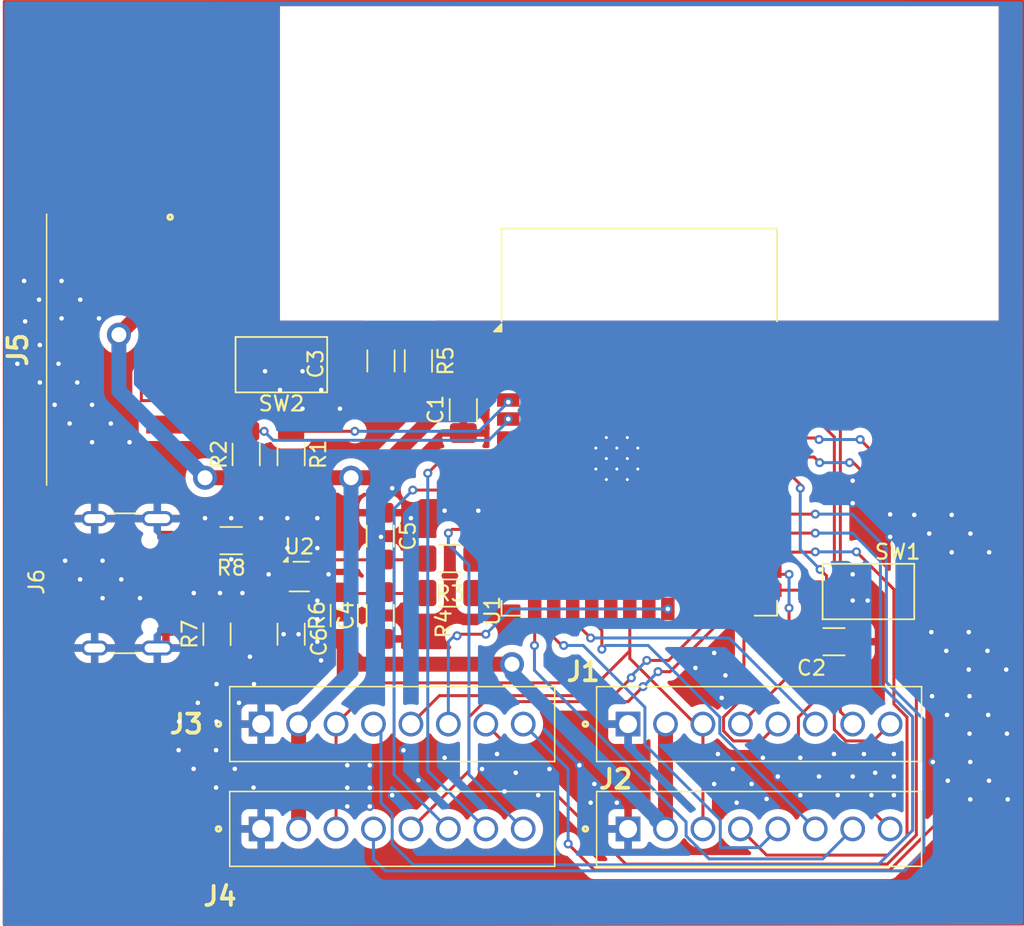
<source format=kicad_pcb>
(kicad_pcb (version 20240108) (generator "pcbnew") (generator_version "8.0")
  (layers (0 "F.Cu" signal) (31 "B.Cu" signal) (34 "B.Paste" user) (35 "F.Paste" user) (36 "B.SilkS" user "B.Silkscreen") (37 "F.SilkS" user "F.Silkscreen") (38 "B.Mask" user) (39 "F.Mask" user) (44 "Edge.Cuts" user))
  (net 0 "")
  (net 1 "+3.3V")
  (net 2 "GND")
  (net 3 "boot0")
  (net 4 "RES1")
  (net 5 "DC1")
  (net 6 "scl")
  (net 7 "sda")
  (net 8 "GPIO1")
  (net 9 "reset")
  (net 10 "+")
  (net 11 "-")
  (net 12 "+5Vout")
  (net 13 "CS{slash}SS1")
  (net 14 "GPIO5")
  (net 15 "GPIO8")
  (net 16 "DC4")
  (net 17 "RES2")
  (net 18 "GPIO6")
  (net 19 "CS{slash}SS2")
  (net 20 "CS{slash}SS3")
  (net 21 "CS{slash}SS4")
  (net 22 "SCLK")
  (net 23 "GPIO3")
  (net 24 "RES3")
  (net 25 "GPIO7")
  (net 26 "DC2")
  (net 27 "Net-(J6-D--PadA7)")
  (net 28 "MOSI")
  (net 29 "Net-(J6-D+-PadA6)")
  (net 32 "GPIO2")
  (net 33 "Net-(J6-CC2)")
  (net 34 "Net-(J6-CC1)")
  (net 35 "Net-(U1-USB_D-)")
  (net 36 "GPIO4")
  (net 37 "Net-(U1-USB_D+)")
  (net 39 "DC3")
  (net 41 "RES4")
  (net 49 "+5Vin")
  (footprint "ConnectorPT:1778612" (layer "F.Cu") (at 111.25 91.75)
    (property "Reference" "J3")
    (property "Value" "1778612" (hide yes))
  )
  (footprint "Capacitor_SMD:C_1206_3216Metric_Pad1.33x1.80mm_HandSolder" (layer "F.Cu") (at 149.5 86.25)
    (property "Reference" "C2")
    (property "Value" "1u")
  )
  (footprint "Resistor_SMD:R_1206_3216Metric_Pad1.30x1.75mm_HandSolder" (layer "F.Cu") (at 113.25 73.75 -90)
    (property "Reference" "R1")
    (property "Value" "4k7")
  )
  (footprint "Button_Switch_SMD:SW_SPST_CK_RS282G05A3" (layer "F.Cu") (at 151.8 82.9)
    (property "Reference" "SW1")
    (property "Value" "SW_Push")
  )
  (footprint "ConnectorPT:1778612" (layer "F.Cu") (at 111.25 98.75)
    (property "Reference" "J4")
    (property "Value" "1778612" (hide yes))
  )
  (footprint "ConnectorPT:1814948" (layer "F.Cu") (at 105.175 66.75 -90)
    (property "Reference" "J5")
    (property "Value" "i2c" (hide yes))
  )
  (footprint "ConnectorPT:1778612" (layer "F.Cu") (at 135.75 91.75)
    (property "Reference" "J1")
    (property "Value" "1778612" (hide yes))
  )
  (footprint "Package_TO_SOT_SMD:SOT-666" (layer "F.Cu") (at 113.8 81.9)
    (property "Reference" "U2")
    (property "Value" "USBLC6-2P6")
  )
  (footprint "Resistor_SMD:R_1206_3216Metric_Pad1.30x1.75mm_HandSolder" (layer "F.Cu") (at 123.85 83 180)
    (property "Reference" "R4")
    (property "Value" "0")
  )
  (footprint "Button_Switch_SMD:SW_SPST_CK_RS282G05A3" (layer "F.Cu") (at 112.6 67.75 180)
    (property "Reference" "SW2")
    (property "Value" "SW_Push")
  )
  (footprint "Resistor_SMD:R_1206_3216Metric_Pad1.30x1.75mm_HandSolder" (layer "F.Cu") (at 108.3 85.75 90)
    (property "Reference" "R7")
    (property "Value" "5k1")
  )
  (footprint "Capacitor_SMD:C_1206_3216Metric_Pad1.33x1.80mm_HandSolder" (layer "F.Cu") (at 119.2 79.2 -90)
    (property "Reference" "C5")
    (property "Value" "C")
  )
  (footprint "Resistor_SMD:R_1206_3216Metric_Pad1.30x1.75mm_HandSolder" (layer "F.Cu") (at 109.25 79.5 180)
    (property "Reference" "R8")
    (property "Value" "5k1")
  )
  (footprint "Capacitor_SMD:C_1206_3216Metric_Pad1.33x1.80mm_HandSolder" (layer "F.Cu") (at 124.75 70.75 90)
    (property "Reference" "C1")
    (property "Value" "100n")
  )
  (footprint "Resistor_SMD:R_1206_3216Metric_Pad1.30x1.75mm_HandSolder" (layer "F.Cu") (at 123.85 80.7 180)
    (property "Reference" "R3")
    (property "Value" "0")
  )
  (footprint "Capacitor_SMD:C_1206_3216Metric_Pad1.33x1.80mm_HandSolder" (layer "F.Cu") (at 113.25 85.75 -90)
    (property "Reference" "C6")
    (property "Value" "100nf")
  )
  (footprint "Resistor_SMD:R_1206_3216Metric_Pad1.30x1.75mm_HandSolder" (layer "F.Cu") (at 121.75 67.5 -90)
    (property "Reference" "R5")
    (property "Value" "10k")
  )
  (footprint "Resistor_SMD:R_1206_3216Metric_Pad1.30x1.75mm_HandSolder" (layer "F.Cu") (at 116.8 84.5 90)
    (property "Reference" "R6")
    (property "Value" "5k1")
  )
  (footprint "Capacitor_SMD:C_1206_3216Metric_Pad1.33x1.80mm_HandSolder" (layer "F.Cu") (at 119.25 67.5 90)
    (property "Reference" "C3")
    (property "Value" "1u")
  )
  (footprint "RF_Module:ESP32-S3-WROOM-1" (layer "F.Cu") (at 136.5 71.56)
    (property "Reference" "U1")
    (property "Value" "ESP32-S3-WROOM-1")
  )
  (footprint "Resistor_SMD:R_1206_3216Metric_Pad1.30x1.75mm_HandSolder" (layer "F.Cu") (at 110.25 73.75 90)
    (property "Reference" "R2")
    (property "Value" "4k7")
  )
  (footprint "ConnectorPT:1778612" (layer "F.Cu") (at 135.75 98.75)
    (property "Reference" "J2")
    (property "Value" "1778612" (hide yes))
  )
  (footprint "Connector_USB:USB_C_Receptacle_GCT_USB4105-xx-A_16P_TopMnt_Horizontal" (layer "F.Cu") (at 101.21 82.35 -90)
    (property "Reference" "J6")
    (property "Value" "USB_C_Receptacle_USB2.0_16P")
  )
  (footprint "Capacitor_SMD:C_1206_3216Metric_Pad1.33x1.80mm_HandSolder" (layer "F.Cu") (at 119.2 84.5 90)
    (property "Reference" "C4")
    (property "Value" "C")
  )
  (gr_line (start 162.1 43.5) (end 94.1 43.51) (stroke (width 0.2)) (layer "F.Cu") (net 2))
  (gr_line (start 94.1 105.14) (end 162.1 105.1) (stroke (width 0.2)) (layer "F.Cu") (net 2))
  (gr_line (start 162.1 105.1) (end 162.1 43.5) (stroke (width 0.2)) (layer "F.Cu") (net 2))
  (gr_line (start 94.1 43.51) (end 94.1 105.14) (stroke (width 0.2)) (layer "F.Cu") (net 2))
  (segment (start 124.75 68.25) (end 122.45 65.95) (width 1) (layer "F.Cu") (net 1))
  (segment (start 127.6325 67.6875) (end 127.75 67.57) (width 0.2) (layer "F.Cu") (net 1))
  (segment (start 118.6375 75.3) (end 117.25 75.3) (width 1) (layer "F.Cu") (net 1))
  (segment (start 124.75 69.1875) (end 118.6375 75.3) (width 1) (layer "F.Cu") (net 1))
  (segment (start 138.25 91.75) (end 138.25 98.75) (width 1) (layer "F.Cu") (net 1))
  (segment (start 113.75 98.75) (end 113.75 91.75) (width 1) (layer "F.Cu") (net 1))
  (segment (start 116.8 86.7) (end 117.85 87.75) (width 1) (layer "F.Cu") (net 1))
  (segment (start 116.8 88.7) (end 116.8 86.05) (width 1) (layer "F.Cu") (net 1))
  (segment (start 117.25 75.3) (end 110 75.3) (width 1) (layer "F.Cu") (net 1))
  (segment (start 117.85 87.75) (end 128 87.75) (width 1) (layer "F.Cu") (net 1))
  (segment (start 122.45 65.95) (end 121.75 65.95) (width 1) (layer "F.Cu") (net 1))
  (segment (start 124.75 69.1875) (end 124.75 68.35) (width 0.2) (layer "F.Cu") (net 1))
  (segment (start 124.75 68.5) (end 125.5625 67.6875) (width 1) (layer "F.Cu") (net 1))
  (segment (start 113.75 91.75) (end 116.8 88.7) (width 1) (layer "F.Cu") (net 1))
  (segment (start 110.25 75.3) (end 107.5 75.3) (width 1) (layer "F.Cu") (net 1))
  (segment (start 124.75 69.1875) (end 124.75 68.5) (width 1) (layer "F.Cu") (net 1))
  (segment (start 103.25 64.25) (end 104.875 64.25) (width 1) (layer "F.Cu") (net 1))
  (segment (start 124.75 69.1875) (end 124.75 68.25) (width 1) (layer "F.Cu") (net 1))
  (segment (start 116.8 86.05) (end 116.8 86.7) (width 1) (layer "F.Cu") (net 1))
  (segment (start 125.5625 67.6875) (end 127.6325 67.6875) (width 1) (layer "F.Cu") (net 1))
  (segment (start 104.875 64.25) (end 105.175 64.25) (width 0.2) (layer "F.Cu") (net 1))
  (segment (start 101.75 65.75) (end 103.25 64.25) (width 1) (layer "F.Cu") (net 1))
  (via (at 101.75 65.75) (size 1.6) (drill 1) (layers "F.Cu" "B.Cu") (net 1))
  (via (at 117.25 75.3) (size 1.6) (drill 1) (layers "F.Cu" "B.Cu") (net 1))
  (via (at 107.5 75.3) (size 1.6) (drill 1) (layers "F.Cu" "B.Cu") (net 1))
  (via (at 128 87.75) (size 1.6) (drill 1) (layers "F.Cu" "B.Cu") (net 1))
  (segment (start 113.75 91.75) (end 117.25 88.25) (width 1) (layer "B.Cu") (net 1))
  (segment (start 128 87.75) (end 128 88.36) (width 1) (layer "B.Cu") (net 1))
  (segment (start 137.65 98.15) (end 138.25 98.75) (width 1) (layer "B.Cu") (net 1))
  (segment (start 137.65 98.01) (end 137.65 98.15) (width 1) (layer "B.Cu") (net 1))
  (segment (start 128 88.36) (end 137.65 98.01) (width 1) (layer "B.Cu") (net 1))
  (segment (start 101.75 65.75) (end 101.75 69.5) (width 1) (layer "B.Cu") (net 1))
  (segment (start 101.75 69.5) (end 107.5 75.25) (width 1) (layer "B.Cu") (net 1))
  (segment (start 117.25 88.25) (end 117.25 75.5) (width 1) (layer "B.Cu") (net 1))
  (segment (start 111.75 81.75) (end 111.9 81.9) (width 0.2) (layer "F.Cu") (net 2))
  (segment (start 111.9 81.9) (end 112.875 81.9) (width 0.2) (layer "F.Cu") (net 2))
  (via (at 113 80) (size 0.6) (drill 0.3) (layers "F.Cu" "B.Cu") (net 2))
  (via (at 109.25 80.75) (size 0.6) (drill 0.3) (layers "F.Cu" "B.Cu") (net 2))
  (via (at 130.5 94.75) (size 0.6) (drill 0.3) (layers "F.Cu" "B.Cu") (net 2))
  (via (at 109.25 78) (size 0.6) (drill 0.3) (layers "F.Cu" "B.Cu") (net 2))
  (via (at 96.47 68.94) (size 0.6) (drill 0.3) (layers "F.Cu" "B.Cu") (net 2))
  (via (at 154.86 77.78) (size 0.6) (drill 0.3) (layers "F.Cu" "B.Cu") (net 2))
  (via (at 100.42 64.66) (size 0.6) (drill 0.3) (layers "F.Cu" "B.Cu") (net 2))
  (via (at 159.85 95.53) (size 0.6) (drill 0.3) (layers "F.Cu" "B.Cu") (net 2))
  (via (at 96.47 66.44) (size 0.6) (drill 0.3) (layers "F.Cu" "B.Cu") (net 2))
  (via (at 153.25 77.75) (size 0.6) (drill 0.3) (layers "F.Cu" "B.Cu") (net 2))
  (via (at 127.5 96.25) (size 0.6) (drill 0.3) (layers "F.Cu" "B.Cu") (net 2))
  (via (at 129.75 96.5) (size 0.6) (drill 0.3) (layers "F.Cu" "B.Cu") (net 2))
  (via (at 148.5 95.25) (size 0.6) (drill 0.3) (layers "F.Cu" "B.Cu") (net 2))
  (via (at 120 96.5) (size 0.6) (drill 0.3) (layers "F.Cu" "B.Cu") (net 2))
  (via (at 107.5 78) (size 0.6) (drill 0.3) (layers "F.Cu" "B.Cu") (net 2))
  (via (at 113.75 85.75) (size 0.6) (drill 0.3) (layers "F.Cu" "B.Cu") (net 2))
  (via (at 97.92 62.16) (size 0.6) (drill 0.3) (layers "F.Cu" "B.Cu") (net 2))
  (via (at 157.05 91.14) (size 0.6) (drill 0.3) (layers "F.Cu" "B.Cu") (net 2))
  (via (at 105.74 93.49) (size 0.6) (drill 0.3) (layers "F.Cu" "B.Cu") (net 2))
  (via (at 158.5 88.11) (size 0.6) (drill 0.3) (layers "F.Cu" "B.Cu") (net 2))
  (via (at 120 76) (size 0.6) (drill 0.3) (layers "F.Cu" "B.Cu") (net 2))
  (via (at 115 84.75) (size 0.6) (drill 0.3) (layers "F.Cu" "B.Cu") (net 2))
  (via (at 99.96 70.43) (size 0.6) (drill 0.3) (layers "F.Cu" "B.Cu") (net 2))
  (via (at 159.8 91.14) (size 0.6) (drill 0.3) (layers "F.Cu" "B.Cu") (net 2))
  (via (at 102.46 72.93) (size 0.6) (drill 0.3) (layers "F.Cu" "B.Cu") (net 2))
  (via (at 106.74 94.74) (size 0.6) (drill 0.3) (layers "F.Cu" "B.Cu") (net 2))
  (via (at 161.1 96.78) (size 0.6) (drill 0.3) (layers "F.Cu" "B.Cu") (net 2))
  (via (at 99.96 72.93) (size 0.6) (drill 0.3) (layers "F.Cu" "B.Cu") (net 2))
  (via (at 118.5 96) (size 0.6) (drill 0.3) (layers "F.Cu" "B.Cu") (net 2))
  (via (at 118.5 97.25) (size 0.6) (drill 0.3) (layers "F.Cu" "B.Cu") (net 2))
  (via (at 97.72 67.69) (size 0.6) (drill 0.3) (layers "F.Cu" "B.Cu") (net 2))
  (via (at 149.75 96.5) (size 0.6) (drill 0.3) (layers "F.Cu" "B.Cu") (net 2))
  (via (at 153.5 95.25) (size 0.6) (drill 0.3) (layers "F.Cu" "B.Cu") (net 2))
  (via (at 147.25 94) (size 0.6) (drill 0.3) (layers "F.Cu" "B.Cu") (net 2))
  (via (at 140.25 88) (size 0.6) (drill 0.3) (layers "F.Cu" "B.Cu") (net 2))
  (via (at 111.51 68.19) (size 0.6) (drill 0.3) (layers "F.Cu" "B.Cu") (net 2))
  (via (at 115.75 81.75) (size 0.6) (drill 0.3) (layers "F.Cu" "B.Cu") (net 2))
  (via (at 110.77 89.08) (size 0.6) (drill 0.3) (layers "F.Cu" "B.Cu") (net 2))
  (via (at 121.75 95.5) (size 0.6) (drill 0.3) (layers "F.Cu" "B.Cu") (net 2))
  (via (at 97.92 64.66) (size 0.6) (drill 0.3) (layers "F.Cu" "B.Cu") (net 2))
  (via (at 107.02 90.33) (size 0.6) (drill 0.3) (layers "F.Cu" "B.Cu") (net 2))
  (via (at 143 97) (size 0.6) (drill 0.3) (layers "F.Cu" "B.Cu") (net 2))
  (via (at 110 83) (size 0.6) (drill 0.3) (layers "F.Cu" "B.Cu") (net 2))
  (via (at 156.1 94.28) (size 0.6) (drill 0.3) (layers "F.Cu" "B.Cu") (net 2))
  (via (at 116.51 70.69) (size 0.6) (drill 0.3) (layers "F.Cu" "B.Cu") (net 2))
  (via (at 108.27 91.58) (size 0.6) (drill 0.3) (layers "F.Cu" "B.Cu") (net 2))
  (via (at 108.24 95.99) (size 0.6) (drill 0.3) (layers "F.Cu" "B.Cu") (net 2))
  (via (at 115.25 87.5) (size 0.6) (drill 0.3) (layers "F.Cu" "B.Cu") (net 2))
  (via (at 95.49 64.86) (size 0.6) (drill 0.3) (layers "F.Cu" "B.Cu") (net 2))
  (via (at 141.75 93.75) (size 0.6) (drill 0.3) (layers "F.Cu" "B.Cu") (net 2))
  (via (at 161.05 92.39) (size 0.6) (drill 0.3) (layers "F.Cu" "B.Cu") (net 2))
  (via (at 158.55 89.89) (size 0.6) (drill 0.3) (layers "F.Cu" "B.Cu") (net 2))
  (via (at 159.75 86.86) (size 0.6) (drill 0.3) (layers "F.Cu" "B.Cu") (net 2))
  (via (at 98.97 68.94) (size 0.6) (drill 0.3) (layers "F.Cu" "B.Cu") (net 2))
  (via (at 141.5 95.75) (size 0.6) (drill 0.3) (layers "F.Cu" "B.Cu") (net 2))
  (via (at 112.75 85.75) (size 0.6) (drill 0.3) (layers "F.Cu" "B.Cu") (net 2))
  (via (at 151.75 83.5) (size 0.6) (drill 0.3) (layers "F.Cu" "B.Cu") (net 2))
  (via (at 151.5 93.75) (size 0.6) (drill 0.3) (layers "F.Cu" "B.Cu") (net 2))
  (via (at 117 97.25) (size 0.6) (drill 0.3) (layers "F.Cu" "B.Cu") (net 2))
  (via (at 156.05 89.89) (size 0.6) (drill 0.3) (layers "F.Cu" "B.Cu") (net 2))
  (via (at 111.25 78) (size 0.6) (drill 0.3) (layers "F.Cu" "B.Cu") (net 2))
  (via (at 110.74 95.99) (size 0.6) (drill 0.3) (layers "F.Cu" "B.Cu") (net 2))
  (via (at 110.5 87.25) (size 0.6) (drill 0.3) (layers "F.Cu" "B.Cu") (net 2))
  (via (at 133.5 95.75) (size 0.6) (drill 0.3) (layers "F.Cu" "B.Cu") (net 2))
  (via (at 142.75 94.75) (size 0.6) (drill 0.3) (layers "F.Cu" "B.Cu") (net 2))
  (via (at 158.6 96.78) (size 0.6) (drill 0.3) (layers "F.Cu" "B.Cu") (net 2))
  (via (at 95.42 62.16) (size 0.6) (drill 0.3) (layers "F.Cu" "B.Cu") (net 2))
  (via (at 158.55 92.39) (size 0.6) (drill 0.3) (layers "F.Cu" "B.Cu") (net 2))
  (via (at 153.5 93.75) (size 0.6) (drill 0.3) (layers "F.Cu" "B.Cu") (net 2))
  (via (at 127 93.75) (size 0.6) (drill 0.3) (layers "F.Cu" "B.Cu") (net 2))
  (via (at 133.25 97) (size 0.6) (drill 0.3) (layers "F.Cu" "B.Cu") (net 2))
  (via (at 158.6 94.28) (size 0.6) (drill 0.3) (layers "F.Cu" "B.Cu") (net 2))
  (via (at 108.27 89.08) (size 0.6) (drill 0.3) (layers "F.Cu" "B.Cu") (net 2))
  (via (at 114.01 68.19) (size 0.6) (drill 0.3) (layers "F.Cu" "B.Cu") (net 2))
  (via (at 108.5 83) (size 0.6) (drill 0.3) (layers "F.Cu" "B.Cu") (net 2))
  (via (at 113 78) (size 0.6) (drill 0.3) (layers "F.Cu" "B.Cu") (net 2))
  (via (at 161 88.11) (size 0.6) (drill 0.3) (layers "F.Cu" "B.Cu") (net 2))
  (via (at 125.75 77.5) (size 0.6) (drill 0.3) (layers "F.Cu" "B.Cu") (net 2))
  (via (at 109.49 94.74) (size 0.6) (drill 0.3) (layers "F.Cu" "B.Cu") (net 2))
  (via (at 115.26 69.44) (size 0.6) (drill 0.3) (layers "F.Cu" "B.Cu") (net 2))
  (via (at 157.36 80.28) (size 0.6) (drill 0.3) (layers "F.Cu" "B.Cu") (net 2))
  (via (at 118.5 94.5) (size 0.6) (drill 0.3) (layers "F.Cu" "B.Cu") (net 2))
  (via (at 152 96.5) (size 0.6) (drill 0.3) (layers "F.Cu" "B.Cu") (net 2))
  (via (at 123.5 77.5) (size 0.6) (drill 0.3) (layers "F.Cu" "B.Cu") (net 2))
  (via (at 144.75 94) (size 0.6) (drill 0.3) (layers "F.Cu" "B.Cu") (net 2))
  (via (at 132.5 94.5) (size 0.6) (drill 0.3) (layers "F.Cu" "B.Cu") (net 2))
  (via (at 150.75 95.25) (size 0.6) (drill 0.3) (layers "F.Cu" "B.Cu") (net 2))
  (via (at 112.51 69.44) (size 0.6) (drill 0.3) (layers "F.Cu" "B.Cu") (net 2))
  (via (at 96.42 63.41) (size 0.6) (drill 0.3) (layers "F.Cu" "B.Cu") (net 2))
  (via (at 103.16 83.34) (size 0.6) (drill 0.3) (layers "F.Cu" "B.Cu") (net 2))
  (via (at 117 96) (size 0.6) (drill 0.3) (layers "F.Cu" "B.Cu") (net 2))
  (via (at 94.97 67.69) (size 0.6) (drill 0.3) (layers "F.Cu" "B.Cu") (net 2))
  (via (at 156 85.61) (size 0.6) (drill 0.3) (layers "F.Cu" "B.Cu") (net 2))
  (via (at 157.1 95.53) (size 0.6) (drill 0.3) (layers "F.Cu" "B.Cu") (net 2))
  (via (at 150.75 75.5) (size 0.6) (drill 0.3) (layers "F.Cu" "B.Cu") (net 2))
  (via (at 99.16 82.09) (size 0.6) (drill 0.3) (layers "F.Cu" "B.Cu") (net 2))
  (via (at 150.75 77) (size 0.6) (drill 0.3) (layers "F.Cu" "B.Cu") (net 2))
  (via (at 121.25 78) (size 0.6) (drill 0.3) (layers "F.Cu" "B.Cu") (net 2))
  (via (at 114.01 70.69) (size 0.6) (drill 0.3) (layers "F.Cu" "B.Cu") (net 2))
  (via (at 153.25 79.25) (size 0.6) (drill 0.3) (layers "F.Cu" "B.Cu") (net 2))
  (via (at 158.61 79.03) (size 0.6) (drill 0.3) (layers "F.Cu" "B.Cu") (net 2))
  (via (at 101.21 71.68) (size 0.6) (drill 0.3) (layers "F.Cu" "B.Cu") (net 2))
  (via (at 126 94.75) (size 0.6) (drill 0.3) (layers "F.Cu" "B.Cu") (net 2))
  (via (at 135 97) (size 0.6) (drill 0.3) (layers "F.Cu" "B.Cu") (net 2))
  (via (at 98.46 71.68) (size 0.6) (drill 0.3) (layers "F.Cu" "B.Cu") (net 2))
  (via (at 145.75 95.25) (size 0.6) (drill 0.3) (layers "F.Cu" "B.Cu") (net 2))
  (via (at 150.75 81.75) (size 0.6) (drill 0.3) (layers "F.Cu" "B.Cu") (net 2))
  (via (at 109.77 90.33) (size 0.6) (drill 0.3) (layers "F.Cu" "B.Cu") (net 2))
  (via (at 99.17 63.41) (size 0.6) (drill 0.3) (layers "F.Cu" "B.Cu") (net 2))
  (via (at 106.75 83) (size 0.6) (drill 0.3) (layers "F.Cu" "B.Cu") (net 2))
  (via (at 119.25 79.25) (size 0.6) (drill 0.3) (layers "F.Cu" "B.Cu") (net 2))
  (via (at 115 86.25) (size 0.6) (drill 0.3) (layers "F.Cu" "B.Cu") (net 2))
  (via (at 155.86 79.03) (size 0.6) (drill 0.3) (layers "F.Cu" "B.Cu") (net 2))
  (via (at 157 86.86) (size 0.6) (drill 0.3) (layers "F.Cu" "B.Cu") (net 2))
  (via (at 98.16 80.84) (size 0.6) (drill 0.3) (layers "F.Cu" "B.Cu") (net 2))
  (via (at 111.75 81.75) (size 0.6) (drill 0.3) (layers "F.Cu" "B.Cu") (net 2))
  (via (at 115 80) (size 0.6) (drill 0.3) (layers "F.Cu" "B.Cu") (net 2))
  (via (at 97.46 70.43) (size 0.6) (drill 0.3) (layers "F.Cu" "B.Cu") (net 2))
  (via (at 150.75 83.5) (size 0.6) (drill 0.3) (layers "F.Cu" "B.Cu") (net 2))
  (via (at 152.25 95) (size 0.6) (drill 0.3) (layers "F.Cu" "B.Cu") (net 2))
  (via (at 100.66 83.34) (size 0.6) (drill 0.3) (layers "F.Cu" "B.Cu") (net 2))
  (via (at 115 83.5) (size 0.6) (drill 0.3) (layers "F.Cu" "B.Cu") (net 2))
  (via (at 142.25 88.5) (size 0.6) (drill 0.3) (layers "F.Cu" "B.Cu") (net 2))
  (via (at 158.5 85.61) (size 0.6) (drill 0.3) (layers "F.Cu" "B.Cu") (net 2))
  (via (at 115 78) (size 0.6) (drill 0.3) (layers "F.Cu" "B.Cu") (net 2))
  (via (at 117 94.5) (size 0.6) (drill 0.3) (layers "F.Cu" "B.Cu") (net 2))
  (via (at 120.75 93.5) (size 0.6) (drill 0.3) (layers "F.Cu" "B.Cu") (net 2))
  (via (at 128.25 95) (size 0.6) (drill 0.3) (layers "F.Cu" "B.Cu") (net 2))
  (via (at 141.5 87) (size 0.6) (drill 0.3) (layers "F.Cu" "B.Cu") (net 2))
  (via (at 123.5 94) (size 0.6) (drill 0.3) (layers "F.Cu" "B.Cu") (net 2))
  (via (at 108.24 93.49) (size 0.6) (drill 0.3) (layers "F.Cu" "B.Cu") (net 2))
  (via (at 153.5 96.5) (size 0.6) (drill 0.3) (layers "F.Cu" "B.Cu") (net 2))
  (via (at 145 96.75) (size 0.6) (drill 0.3) (layers "F.Cu" "B.Cu") (net 2))
  (via (at 149.5 93.75) (size 0.6) (drill 0.3) (layers "F.Cu" "B.Cu") (net 2))
  (via (at 147.25 96.5) (size 0.6) (drill 0.3) (layers "F.Cu" "B.Cu") (net 2))
  (via (at 159.86 80.28) (size 0.6) (drill 0.3) (layers "F.Cu" "B.Cu") (net 2))
  (via (at 144 95.75) (size 0.6) (drill 0.3) (layers "F.Cu" "B.Cu") (net 2))
  (via (at 100.66 80.84) (size 0.6) (drill 0.3) (layers "F.Cu" "B.Cu") (net 2))
  (via (at 101.91 82.09) (size 0.6) (drill 0.3) (layers "F.Cu" "B.Cu") (net 2))
  (via (at 142 90) (size 0.6) (drill 0.3) (layers "F.Cu" "B.Cu") (net 2))
  (via (at 157.36 77.78) (size 0.6) (drill 0.3) (layers "F.Cu" "B.Cu") (net 2))
  (via (at 105.77 91.58) (size 0.6) (drill 0.3) (layers "F.Cu" "B.Cu") (net 2))
  (segment (start 147.9375 86.25) (end 147.9375 82.9375) (width 0.2) (layer "F.Cu") (net 3))
  (segment (start 147.9375 82.9375) (end 147.9 82.9) (width 0.2) (layer "F.Cu") (net 3))
  (segment (start 145.25 82.81) (end 147.81 82.81) (width 0.2) (layer "F.Cu") (net 3))
  (segment (start 147.81 82.81) (end 147.9 82.9) (width 0.2) (layer "F.Cu") (net 3))
  (segment (start 145.46 81.75) (end 145.25 81.54) (width 0.2) (layer "F.Cu") (net 4))
  (segment (start 146.5 86) (end 146.5 84) (width 0.2) (layer "F.Cu") (net 4))
  (segment (start 143.25 91.75) (end 146.5 88.5) (width 0.2) (layer "F.Cu") (net 4))
  (segment (start 146.5 81.75) (end 145.46 81.75) (width 0.2) (layer "F.Cu") (net 4))
  (segment (start 146.5 88.5) (end 146.5 86) (width 0.2) (layer "F.Cu") (net 4))
  (via (at 146.5 84) (size 0.6) (drill 0.3) (layers "F.Cu" "B.Cu") (net 4))
  (via (at 146.5 81.75) (size 0.6) (drill 0.3) (layers "F.Cu" "B.Cu") (net 4))
  (segment (start 146.5 84) (end 146.5 81.75) (width 0.2) (layer "B.Cu") (net 4))
  (segment (start 144.625 92.875) (end 142.784009 92.875) (width 0.2) (layer "F.Cu") (net 5))
  (segment (start 143.485 89.924009) (end 143.485 84.06) (width 0.2) (layer "F.Cu") (net 5))
  (segment (start 145.75 91.75) (end 144.625 92.875) (width 0.2) (layer "F.Cu") (net 5))
  (segment (start 142.125 92.215991) (end 142.125 91.284009) (width 0.2) (layer "F.Cu") (net 5))
  (segment (start 142.784009 92.875) (end 142.125 92.215991) (width 0.2) (layer "F.Cu") (net 5))
  (segment (start 142.125 91.284009) (end 143.485 89.924009) (width 0.2) (layer "F.Cu") (net 5))
  (segment (start 113.25 72.2) (end 110.3 69.25) (width 0.2) (layer "F.Cu") (net 6))
  (segment (start 113 72.2) (end 117.5 72.2) (width 0.2) (layer "F.Cu") (net 6))
  (segment (start 110.3 69.25) (end 105.175 69.25) (width 0.2) (layer "F.Cu") (net 6))
  (segment (start 127.75 70.11) (end 127.75 70.25) (width 0.2) (layer "F.Cu") (net 6))
  (via (at 117.5 72.2) (size 0.6) (drill 0.3) (layers "F.Cu" "B.Cu") (net 6))
  (via (at 127.75 70.25) (size 0.6) (drill 0.3) (layers "F.Cu" "B.Cu") (net 6))
  (segment (start 125.8 72.2) (end 127.75 70.25) (width 0.2) (layer "B.Cu") (net 6))
  (segment (start 117.5 72.2) (end 125.8 72.2) (width 0.2) (layer "B.Cu") (net 6))
  (segment (start 109.15 72.65) (end 106.65 70.15) (width 0.2) (layer "F.Cu") (net 7))
  (segment (start 106.65 70.15) (end 103.25 70.15) (width 0.2) (layer "F.Cu") (net 7))
  (segment (start 103.25 68.35) (end 103.575 68.35) (width 0.2) (layer "F.Cu") (net 7))
  (segment (start 110 72.2) (end 111.45 72.2) (width 0.2) (layer "F.Cu") (net 7))
  (segment (start 103.25 70.15) (end 103.25 68.35) (width 0.2) (layer "F.Cu") (net 7))
  (segment (start 127.37 71.38) (end 127.75 71.38) (width 0.2) (layer "F.Cu") (net 7))
  (segment (start 103.575 68.35) (end 105.175 66.75) (width 0.2) (layer "F.Cu") (net 7))
  (segment (start 110.25 72.2) (end 109.8 72.65) (width 0.2) (layer "F.Cu") (net 7))
  (segment (start 109.8 72.65) (end 109.15 72.65) (width 0.2) (layer "F.Cu") (net 7))
  (via (at 127.75 71.38) (size 0.6) (drill 0.3) (layers "F.Cu" "B.Cu") (net 7))
  (via (at 111.45 72.2) (size 0.6) (drill 0.3) (layers "F.Cu" "B.Cu") (net 7))
  (segment (start 126.45 72.8) (end 127.75 71.5) (width 0.2) (layer "B.Cu") (net 7))
  (segment (start 112.05 72.8) (end 126.45 72.8) (width 0.2) (layer "B.Cu") (net 7))
  (segment (start 111.45 72.2) (end 112.05 72.8) (width 0.2) (layer "B.Cu") (net 7))
  (segment (start 149.925 90.925) (end 149.925 71.715) (width 0.2) (layer "F.Cu") (net 8))
  (segment (start 145.78 67.57) (end 145.25 67.57) (width 0.2) (layer "F.Cu") (net 8))
  (segment (start 150.75 91.75) (end 149.925 90.925) (width 0.2) (layer "F.Cu") (net 8))
  (segment (start 149.925 71.715) (end 145.78 67.57) (width 0.2) (layer "F.Cu") (net 8))
  (segment (start 117.8 69.05) (end 121.75 69.05) (width 0.2) (layer "F.Cu") (net 9))
  (segment (start 116.5 67.75) (end 117.8 69.05) (width 0.2) (layer "F.Cu") (net 9))
  (segment (start 127.69 68.9) (end 127.75 68.84) (width 0.2) (layer "F.Cu") (net 9))
  (segment (start 115.67 83.03) (end 122.37 83.03) (width 0.2) (layer "F.Cu") (net 10))
  (segment (start 114.65 82.4375) (end 115.0775 82.4375) (width 0.2) (layer "F.Cu") (net 10))
  (segment (start 115.0775 82.4375) (end 115.67 83.03) (width 0.2) (layer "F.Cu") (net 10))
  (segment (start 115.126295 81.3225) (end 115.668795 80.78) (width 0.2) (layer "F.Cu") (net 11))
  (segment (start 115.668795 80.78) (end 122.37 80.78) (width 0.2) (layer "F.Cu") (net 11))
  (segment (start 114.62 81.3225) (end 115.126295 81.3225) (width 0.2) (layer "F.Cu") (net 11))
  (segment (start 113.78 81.9) (end 114.725 81.9) (width 0.3) (layer "F.Cu") (net 12))
  (segment (start 113.59 82.6275) (end 113.5875 82.63) (width 0.3) (layer "F.Cu") (net 12))
  (segment (start 106.0825 84.79) (end 107.1725 85.88) (width 0.5) (layer "F.Cu") (net 12))
  (segment (start 105.0625 84.79) (end 106.0825 84.79) (width 0.5) (layer "F.Cu") (net 12))
  (segment (start 113.59 82.09) (end 113.59 82.6275) (width 0.3) (layer "F.Cu") (net 12))
  (segment (start 111.0875 85.88) (end 112.9 84.0675) (width 0.5) (layer "F.Cu") (net 12))
  (segment (start 113.5875 82.63) (end 113.5875 84.0675) (width 0.3) (layer "F.Cu") (net 12))
  (segment (start 107.1725 85.88) (end 111.0875 85.88) (width 0.5) (layer "F.Cu") (net 12))
  (segment (start 113.59 82.09) (end 113.78 81.9) (width 0.3) (layer "F.Cu") (net 12))
  (segment (start 133.25 86) (end 132.055 84.805) (width 0.2) (layer "F.Cu") (net 13))
  (segment (start 132.055 84.805) (end 132.055 84.06) (width 0.2) (layer "F.Cu") (net 13))
  (via (at 133.25 86) (size 0.6) (drill 0.3) (layers "F.Cu" "B.Cu") (net 13))
  (segment (start 142.5 86) (end 148.25 91.75) (width 0.2) (layer "B.Cu") (net 13))
  (segment (start 133.25 86) (end 142.5 86) (width 0.2) (layer "B.Cu") (net 13))
  (segment (start 153.9 77.4) (end 150.75 74.25) (width 0.2) (layer "F.Cu") (net 14))
  (segment (start 153.9 83.65) (end 153.9 77.4) (width 0.2) (layer "F.Cu") (net 14))
  (segment (start 148.541208 74.291208) (end 148.17 73.92) (width 0.2) (layer "F.Cu") (net 14))
  (segment (start 135.6 101.1) (end 153.056677 101.1) (width 0.2) (layer "F.Cu") (net 14))
  (segment (start 155 84.75) (end 153.9 83.65) (width 0.2) (layer "F.Cu") (net 14))
  (segment (start 155 99.156677) (end 155 84.75) (width 0.2) (layer "F.Cu") (net 14))
  (segment (start 153.056677 101.1) (end 155 99.156677) (width 0.2) (layer "F.Cu") (net 14))
  (segment (start 148.17 73.92) (end 145.25 73.92) (width 0.2) (layer "F.Cu") (net 14))
  (segment (start 126.25 91.75) (end 135.6 101.1) (width 0.2) (layer "F.Cu") (net 14))
  (via (at 150.539743 74.291208) (size 0.6) (drill 0.3) (layers "F.Cu" "B.Cu") (net 14))
  (via (at 148.541208 74.291208) (size 0.6) (drill 0.3) (layers "F.Cu" "B.Cu") (net 14))
  (segment (start 148.541208 74.291208) (end 150.539743 74.291208) (width 0.2) (layer "B.Cu") (net 14))
  (segment (start 124 78.75) (end 125.259744 78.75) (width 0.2) (layer "F.Cu") (net 15))
  (segment (start 123.75 79) (end 124 78.75) (width 0.2) (layer "F.Cu") (net 15))
  (segment (start 125.259744 78.75) (end 126.779744 80.27) (width 0.2) (layer "F.Cu") (net 15))
  (segment (start 126.779744 80.27) (end 127.75 80.27) (width 0.2) (layer "F.Cu") (net 15))
  (via (at 123.75 79) (size 0.6) (drill 0.3) (layers "F.Cu" "B.Cu") (net 15))
  (segment (start 125.125 81.125) (end 125.125 95.125) (width 0.2) (layer "B.Cu") (net 15))
  (segment (start 125.125 95.125) (end 128.75 98.75) (width 0.2) (layer "B.Cu") (net 15))
  (segment (start 123.75 79) (end 123.75 79.75) (width 0.2) (layer "B.Cu") (net 15))
  (segment (start 123.75 79.75) (end 125.125 81.125) (width 0.2) (layer "B.Cu") (net 15))
  (segment (start 137.75 88.25) (end 138.555 88.25) (width 0.2) (layer "F.Cu") (net 16))
  (segment (start 142.215 84.59) (end 142.215 84.06) (width 0.2) (layer "F.Cu") (net 16))
  (segment (start 126.159009 90.25) (end 125.125 91.284009) (width 0.2) (layer "F.Cu") (net 16))
  (segment (start 135.75 90.25) (end 126.159009 90.25) (width 0.2) (layer "F.Cu") (net 16))
  (segment (start 136.75 89.25) (end 135.75 90.25) (width 0.2) (layer "F.Cu") (net 16))
  (segment (start 138.555 88.25) (end 142.215 84.59) (width 0.2) (layer "F.Cu") (net 16))
  (segment (start 125.125 91.284009) (end 125.125 94.875) (width 0.2) (layer "F.Cu") (net 16))
  (segment (start 125.125 94.875) (end 121.25 98.75) (width 0.2) (layer "F.Cu") (net 16))
  (via (at 136.75 89.25) (size 0.6) (drill 0.3) (layers "F.Cu" "B.Cu") (net 16))
  (via (at 137.75 88.25) (size 0.6) (drill 0.3) (layers "F.Cu" "B.Cu") (net 16))
  (segment (start 136.75 89.25) (end 137.75 88.25) (width 0.2) (layer "B.Cu") (net 16))
  (segment (start 154.375 91.284009) (end 153.5 90.409009) (width 0.2) (layer "F.Cu") (net 17))
  (segment (start 148.23 80.27) (end 145.25 80.27) (width 0.2) (layer "F.Cu") (net 17))
  (segment (start 148.25 80.25) (end 148.23 80.27) (width 0.2) (layer "F.Cu") (net 17))
  (segment (start 153.5 90.409009) (end 153.5 82.75) (width 0.2) (layer "F.Cu") (net 17))
  (segment (start 143.25 98.75) (end 145 100.5) (width 0.2) (layer "F.Cu") (net 17))
  (segment (start 154.375 99.215991) (end 154.375 91.284009) (width 0.2) (layer "F.Cu") (net 17))
  (segment (start 145 100.5) (end 153.090991 100.5) (width 0.2) (layer "F.Cu") (net 17))
  (segment (start 153.090991 100.5) (end 154.375 99.215991) (width 0.2) (layer "F.Cu") (net 17))
  (segment (start 153.5 82.75) (end 151 80.25) (width 0.2) (layer "F.Cu") (net 17))
  (via (at 151 80.25) (size 0.6) (drill 0.3) (layers "F.Cu" "B.Cu") (net 17))
  (via (at 148.25 80.25) (size 0.6) (drill 0.3) (layers "F.Cu" "B.Cu") (net 17))
  (segment (start 151 80.25) (end 148.25 80.25) (width 0.2) (layer "B.Cu") (net 17))
  (segment (start 148.5 72.75) (end 148.4 72.65) (width 0.2) (layer "F.Cu") (net 18))
  (segment (start 153.222363 101.5) (end 158 96.722363) (width 0.2) (layer "F.Cu") (net 18))
  (segment (start 158 79.5) (end 151.25 72.75) (width 0.2) (layer "F.Cu") (net 18))
  (segment (start 131.75 99.75) (end 133.5 101.5) (width 0.2) (layer "F.Cu") (net 18))
  (segment (start 148.4 72.65) (end 145.25 72.65) (width 0.2) (layer "F.Cu") (net 18))
  (segment (start 133.5 101.5) (end 153.222363 101.5) (width 0.2) (layer "F.Cu") (net 18))
  (segment (start 158 96.722363) (end 158 79.5) (width 0.2) (layer "F.Cu") (net 18))
  (via (at 151.25 72.75) (size 0.6) (drill 0.3) (layers "F.Cu" "B.Cu") (net 18))
  (via (at 148.5 72.75) (size 0.6) (drill 0.3) (layers "F.Cu" "B.Cu") (net 18))
  (via (at 131.75 99.75) (size 0.6) (drill 0.3) (layers "F.Cu" "B.Cu") (net 18))
  (segment (start 131.75 99.75) (end 131.75 99.5) (width 0.2) (layer "B.Cu") (net 18))
  (segment (start 128.75 91.75) (end 131.75 94.75) (width 0.2) (layer "B.Cu") (net 18))
  (segment (start 131.75 94.75) (end 131.75 99.75) (width 0.2) (layer "B.Cu") (net 18))
  (segment (start 151.25 72.75) (end 148.5 72.75) (width 0.2) (layer "B.Cu") (net 18))
  (segment (start 134 86.75) (end 134 85.5) (width 0.2) (layer "F.Cu") (net 19))
  (segment (start 133.325 84.825) (end 133.325 84.06) (width 0.2) (layer "F.Cu") (net 19))
  (segment (start 134 85.5) (end 133.325 84.825) (width 0.2) (layer "F.Cu") (net 19))
  (via (at 134 86.75) (size 0.6) (drill 0.3) (layers "F.Cu" "B.Cu") (net 19))
  (segment (start 141.875 91.284009) (end 141.875 92.375) (width 0.2) (layer "B.Cu") (net 19))
  (segment (start 137.090991 86.5) (end 141.875 91.284009) (width 0.2) (layer "B.Cu") (net 19))
  (segment (start 134 86.75) (end 134.25 86.5) (width 0.2) (layer "B.Cu") (net 19))
  (segment (start 134.25 86.5) (end 137.090991 86.5) (width 0.2) (layer "B.Cu") (net 19))
  (segment (start 141.875 92.375) (end 148.25 98.75) (width 0.2) (layer "B.Cu") (net 19))
  (segment (start 124.434229 85.75) (end 124.33155 85.852679) (width 0.2) (layer "F.Cu") (net 20))
  (segment (start 126.25 85.75) (end 124.434229 85.75) (width 0.2) (layer "F.Cu") (net 20))
  (via (at 126.25 85.75) (size 0.6) (drill 0.3) (layers "F.Cu" "B.Cu") (net 20))
  (via (at 138.405 84.06) (size 0.6) (drill 0.3) (layers "F.Cu" "B.Cu") (net 20))
  (via (at 124.33155 85.852679) (size 0.6) (drill 0.3) (layers "F.Cu" "B.Cu") (net 20))
  (segment (start 123.75 86.25) (end 124.25 85.75) (width 0.2) (layer "B.Cu") (net 20))
  (segment (start 123.75 91.75) (end 123.75 86.25) (width 0.2) (layer "B.Cu") (net 20))
  (segment (start 138.405 84.06) (end 127.94 84.06) (width 0.2) (layer "B.Cu") (net 20))
  (segment (start 127.94 84.06) (end 126.25 85.75) (width 0.2) (layer "B.Cu") (net 20))
  (segment (start 125.83 75.19) (end 127.75 75.19) (width 0.2) (layer "F.Cu") (net 21))
  (segment (start 124.895 76.125) (end 125.83 75.19) (width 0.2) (layer "F.Cu") (net 21))
  (segment (start 121.375 76.125) (end 124.895 76.125) (width 0.2) (layer "F.Cu") (net 21))
  (via (at 121.375 76.125) (size 0.6) (drill 0.3) (layers "F.Cu" "B.Cu") (net 21))
  (segment (start 120.125 95.125) (end 120.125 77.375) (width 0.2) (layer "B.Cu") (net 21))
  (segment (start 123.75 98.75) (end 120.125 95.125) (width 0.2) (layer "B.Cu") (net 21))
  (segment (start 120.125 77.375) (end 121.375 76.125) (width 0.2) (layer "B.Cu") (net 21))
  (segment (start 121.375 76.125) (end 121.5 76) (width 0.2) (layer "B.Cu") (net 21))
  (segment (start 119 89) (end 133.73 89) (width 0.2) (layer "F.Cu") (net 22))
  (segment (start 135.865 87.365) (end 135.865 86.865) (width 0.2) (layer "F.Cu") (net 22))
  (segment (start 116.25 91.75) (end 119 89) (width 0.2) (layer "F.Cu") (net 22))
  (segment (start 135.865 86.865) (end 135.865 84.06) (width 0.2) (layer "F.Cu") (net 22))
  (segment (start 133.73 89) (end 135.865 86.865) (width 0.2) (layer "F.Cu") (net 22))
  (segment (start 116.25 98.75) (end 116.25 91.75) (width 0.2) (layer "F.Cu") (net 22))
  (segment (start 140.75 91.75) (end 140.25 91.75) (width 0.2) (layer "F.Cu") (net 22))
  (segment (start 140.25 91.75) (end 135.865 87.365) (width 0.2) (layer "F.Cu") (net 22))
  (segment (start 140.75 98.75) (end 140.75 91.75) (width 0.2) (layer "F.Cu") (net 22))
  (segment (start 129.515 86.235) (end 129.515 84.06) (width 0.2) (layer "F.Cu") (net 23))
  (segment (start 129.5 86.25) (end 129.515 86.235) (width 0.2) (layer "F.Cu") (net 23))
  (segment (start 129.5 86.5) (end 129.5 86.25) (width 0.2) (layer "F.Cu") (net 23))
  (via (at 129.5 86.5) (size 0.6) (drill 0.3) (layers "F.Cu" "B.Cu") (net 23))
  (segment (start 139.625 98.284009) (end 129.5 88.159009) (width 0.2) (layer "B.Cu") (net 23))
  (segment (start 148.75 100.75) (end 141.159009 100.75) (width 0.2) (layer "B.Cu") (net 23))
  (segment (start 141.159009 100.75) (end 139.625 99.215991) (width 0.2) (layer "B.Cu") (net 23))
  (segment (start 129.5 88.159009) (end 129.5 86.5) (width 0.2) (layer "B.Cu") (net 23))
  (segment (start 150.75 98.75) (end 148.75 100.75) (width 0.2) (layer "B.Cu") (net 23))
  (segment (start 139.625 99.215991) (end 139.625 98.284009) (width 0.2) (layer "B.Cu") (net 23))
  (segment (start 148.25 79) (end 145.25 79) (width 0.2) (layer "F.Cu") (net 24))
  (via (at 148.25 79) (size 0.6) (drill 0.3) (layers "F.Cu" "B.Cu") (net 24))
  (segment (start 121.4 101.15) (end 152.440991 101.15) (width 0.2) (layer "B.Cu") (net 24))
  (segment (start 152.6 89.12019) (end 152.6 80.85) (width 0.2) (layer "B.Cu") (net 24))
  (segment (start 152.6 80.85) (end 150.75 79) (width 0.2) (layer "B.Cu") (net 24))
  (segment (start 118.75 91.75) (end 119.25 92.25) (width 0.2) (layer "B.Cu") (net 24))
  (segment (start 154.75 91.27019) (end 152.6 89.12019) (width 0.2) (layer "B.Cu") (net 24))
  (segment (start 120 97.75) (end 120 99.75) (width 0.2) (layer "B.Cu") (net 24))
  (segment (start 119.25 92.25) (end 119.25 97) (width 0.2) (layer "B.Cu") (net 24))
  (segment (start 150.75 79) (end 148.25 79) (width 0.2) (layer "B.Cu") (net 24))
  (segment (start 154.75 98.840991) (end 154.75 91.27019) (width 0.2) (layer "B.Cu") (net 24))
  (segment (start 119.25 97) (end 120 97.75) (width 0.2) (layer "B.Cu") (net 24))
  (segment (start 120 99.75) (end 121.4 101.15) (width 0.2) (layer "B.Cu") (net 24))
  (segment (start 152.440991 101.15) (end 154.75 98.840991) (width 0.2) (layer "B.Cu") (net 24))
  (segment (start 122.375 75) (end 123.455 73.92) (width 0.2) (layer "F.Cu") (net 25))
  (segment (start 123.455 73.92) (end 127.75 73.92) (width 0.2) (layer "F.Cu") (net 25))
  (via (at 122.375 75) (size 0.6) (drill 0.3) (layers "F.Cu" "B.Cu") (net 25))
  (segment (start 126.25 98.75) (end 122.375 94.875) (width 0.2) (layer "B.Cu") (net 25))
  (segment (start 122.375 94.875) (end 122.375 75) (width 0.2) (layer "B.Cu") (net 25))
  (segment (start 131.32 86.5) (end 130.785 85.965) (width 0.2) (layer "F.Cu") (net 26))
  (segment (start 131.450003 86.5) (end 131.32 86.5) (width 0.2) (layer "F.Cu") (net 26))
  (segment (start 130.785 85.965) (end 130.785 84.06) (width 0.2) (layer "F.Cu") (net 26))
  (via (at 131.450003 86.5) (size 0.6) (drill 0.3) (layers "F.Cu" "B.Cu") (net 26))
  (segment (start 136.875 93.125) (end 141.906677 98.156677) (width 0.2) (layer "B.Cu") (net 26))
  (segment (start 144.5 100) (end 145.75 98.75) (width 0.2) (layer "B.Cu") (net 26))
  (segment (start 141.906677 100) (end 144.5 100) (width 0.2) (layer "B.Cu") (net 26))
  (segment (start 132.75 86.5) (end 136.875 90.625) (width 0.2) (layer "B.Cu") (net 26))
  (segment (start 131.450003 86.5) (end 132.75 86.5) (width 0.2) (layer "B.Cu") (net 26))
  (segment (start 136.875 90.625) (end 136.875 93.125) (width 0.2) (layer "B.Cu") (net 26))
  (segment (start 141.906677 98.156677) (end 141.906677 100) (width 0.2) (layer "B.Cu") (net 26))
  (segment (start 103.92 82.405) (end 103.92 81.815) (width 0.2) (layer "F.Cu") (net 27))
  (segment (start 104.125 82.61) (end 103.92 82.405) (width 0.2) (layer "F.Cu") (net 27))
  (segment (start 110.84 81.61) (end 111.35 81.1) (width 0.2) (layer "F.Cu") (net 27))
  (segment (start 103.92 81.815) (end 104.125 81.61) (width 0.2) (layer "F.Cu") (net 27))
  (segment (start 112.52 81.35) (end 112.8925 81.35) (width 0.2) (layer "F.Cu") (net 27))
  (segment (start 112.27 81.1) (end 112.52 81.35) (width 0.2) (layer "F.Cu") (net 27))
  (segment (start 111.35 81.1) (end 112.27 81.1) (width 0.2) (layer "F.Cu") (net 27))
  (segment (start 104.995 82.61) (end 104.125 82.61) (width 0.2) (layer "F.Cu") (net 27))
  (segment (start 104.125 81.61) (end 104.995 81.61) (width 0.2) (layer "F.Cu") (net 27))
  (segment (start 104.995 81.61) (end 110.84 81.61) (width 0.2) (layer "F.Cu") (net 27))
  (segment (start 111 82.11) (end 111.49 82.6) (width 0.2) (layer "F.Cu") (net 29))
  (segment (start 104.995 82.11) (end 106.02 82.11) (width 0.2) (layer "F.Cu") (net 29))
  (segment (start 106.02 82.11) (end 111 82.11) (width 0.2) (layer "F.Cu") (net 29))
  (segment (start 106.02 82.955) (end 106.02 82.11) (width 0.2) (layer "F.Cu") (net 29))
  (segment (start 105.865 83.11) (end 106.02 82.955) (width 0.2) (layer "F.Cu") (net 29))
  (segment (start 104.995 83.11) (end 105.865 83.11) (width 0.2) (layer "F.Cu") (net 29))
  (segment (start 111.49 82.6) (end 112.27 82.6) (width 0.2) (layer "F.Cu") (net 29))
  (segment (start 112.4725 82.3975) (end 112.92 82.3975) (width 0.2) (layer "F.Cu") (net 29))
  (segment (start 112.27 82.6) (end 112.4725 82.3975) (width 0.2) (layer "F.Cu") (net 29))
  (segment (start 152.125 92.875) (end 150.284009 92.875) (width 0.2) (layer "F.Cu") (net 32))
  (segment (start 150.284009 92.875) (end 149.525 92.115991) (width 0.2) (layer "F.Cu") (net 32))
  (segment (start 149.525 92.115991) (end 149.525 72.585) (width 0.2) (layer "F.Cu") (net 32))
  (segment (start 145.78 68.84) (end 145.25 68.84) (width 0.2) (layer "F.Cu") (net 32))
  (segment (start 153.25 91.75) (end 152.125 92.875) (width 0.2) (layer "F.Cu") (net 32))
  (segment (start 149.525 72.585) (end 145.78 68.84) (width 0.2) (layer "F.Cu") (net 32))
  (segment (start 104.89 84.1) (end 108.05 84.1) (width 0.2) (layer "F.Cu") (net 33))
  (segment (start 108.05 84.1) (end 108.3 84.35) (width 0.2) (layer "F.Cu") (net 33))
  (segment (start 104.89 81.1) (end 106.1 81.1) (width 0.2) (layer "F.Cu") (net 34))
  (segment (start 106.1 81.1) (end 107.7 79.5) (width 0.2) (layer "F.Cu") (net 34))
  (segment (start 126.17 81.48) (end 127.67 81.48) (width 0.2) (layer "F.Cu") (net 35))
  (segment (start 125.47 80.78) (end 126.17 81.48) (width 0.2) (layer "F.Cu") (net 35))
  (segment (start 146.69 75.19) (end 145.25 75.19) (width 0.2) (layer "F.Cu") (net 36))
  (segment (start 147.125 91.284009) (end 149 89.409009) (width 0.2) (layer "F.Cu") (net 36))
  (segment (start 149 81.848529) (end 148.575736 81.424265) (width 0.2) (layer "F.Cu") (net 36))
  (segment (start 147.25 75.75) (end 146.69 75.19) (width 0.2) (layer "F.Cu") (net 36))
  (segment (start 149 89.409009) (end 149 81.848529) (width 0.2) (layer "F.Cu") (net 36))
  (segment (start 153.25 98.75) (end 147.125 92.625) (width 0.2) (layer "F.Cu") (net 36))
  (segment (start 148.575736 81.424265) (end 148.575736 81.424264) (width 0.2) (layer "F.Cu") (net 36))
  (segment (start 147.25 76) (end 147.25 75.75) (width 0.2) (layer "F.Cu") (net 36))
  (segment (start 147.125 92.625) (end 147.125 91.284009) (width 0.2) (layer "F.Cu") (net 36))
  (segment (start 148.575736 81.424264) (end 148.575735 81.424264) (width 0.2) (layer "F.Cu") (net 36))
  (via (at 147.25 76) (size 0.6) (drill 0.3) (layers "F.Cu" "B.Cu") (net 36))
  (via (at 148.575736 81.424264) (size 0.6) (drill 0.3) (layers "F.Cu" "B.Cu") (net 36))
  (segment (start 147.25 76) (end 147.25 80.098529) (width 0.2) (layer "B.Cu") (net 36))
  (segment (start 147.250001 80.098529) (end 148.575736 81.424264) (width 0.2) (layer "B.Cu") (net 36))
  (segment (start 147.25 80.098529) (end 147.250001 80.098529) (width 0.2) (layer "B.Cu") (net 36))
  (segment (start 125.75 82.75) (end 127.67 82.75) (width 0.2) (layer "F.Cu") (net 37))
  (segment (start 123.15 89.85) (end 121.25 91.75) (width 0.2) (layer "F.Cu") (net 39))
  (segment (start 135.967159 88.661158) (end 134.778317 89.85) (width 0.2) (layer "F.Cu") (net 39))
  (segment (start 138.455 87.5) (end 137 87.5) (width 0.2) (layer "F.Cu") (net 39))
  (segment (start 134.778317 89.85) (end 123.15 89.85) (width 0.2) (layer "F.Cu") (net 39))
  (segment (start 140.945 85.01) (end 138.455 87.5) (width 0.2) (layer "F.Cu") (net 39))
  (segment (start 140.945 84.06) (end 140.945 85.01) (width 0.2) (layer "F.Cu") (net 39))
  (via (at 135.967159 88.661158) (size 0.6) (drill 0.3) (layers "F.Cu" "B.Cu") (net 39))
  (via (at 137 87.5) (size 0.6) (drill 0.3) (layers "F.Cu" "B.Cu") (net 39))
  (segment (start 137 87.5) (end 136 88.5) (width 0.2) (layer "B.Cu") (net 39))
  (segment (start 148.25 77.73) (end 145.25 77.73) (width 0.2) (layer "F.Cu") (net 41))
  (via (at 148.25 77.73) (size 0.6) (drill 0.3) (layers "F.Cu" "B.Cu") (net 41))
  (segment (start 153 88.954504) (end 155.5 91.454504) (width 0.2) (layer "B.Cu") (net 41))
  (segment (start 155.5 91.454504) (end 155.5 100.25) (width 0.2) (layer "B.Cu") (net 41))
  (segment (start 119.55 101.55) (end 118.75 100.75) (width 0.2) (layer "B.Cu") (net 41))
  (segment (start 153 80.016747) (end 153 88.954504) (width 0.2) (layer "B.Cu") (net 41))
  (segment (start 118.75 100.75) (end 118.75 98.75) (width 0.2) (layer "B.Cu") (net 41))
  (segment (start 148.25 77.73) (end 150.713253 77.73) (width 0.2) (layer "B.Cu") (net 41))
  (segment (start 154.2 101.55) (end 119.55 101.55) (width 0.2) (layer "B.Cu") (net 41))
  (segment (start 155.5 100.25) (end 154.2 101.55) (width 0.2) (layer "B.Cu") (net 41))
  (segment (start 150.713253 77.73) (end 153 80.016747) (width 0.2) (layer "B.Cu") (net 41))
  (zone (net 2) (net_name "GND") (layers "F&B.Cu") (connect_pads (clearance 0.5)) (min_thickness 0.25) (fill yes (thermal_gap 0.5) (thermal_bridge_width 0.5) (island_removal_mode 2) (island_area_min 10))
    (polygon (pts (xy 162.1 43.5) (xy 162.13 105.13) (xy 94 105.18) (xy 94.1 43.51)))
  )
)
</source>
